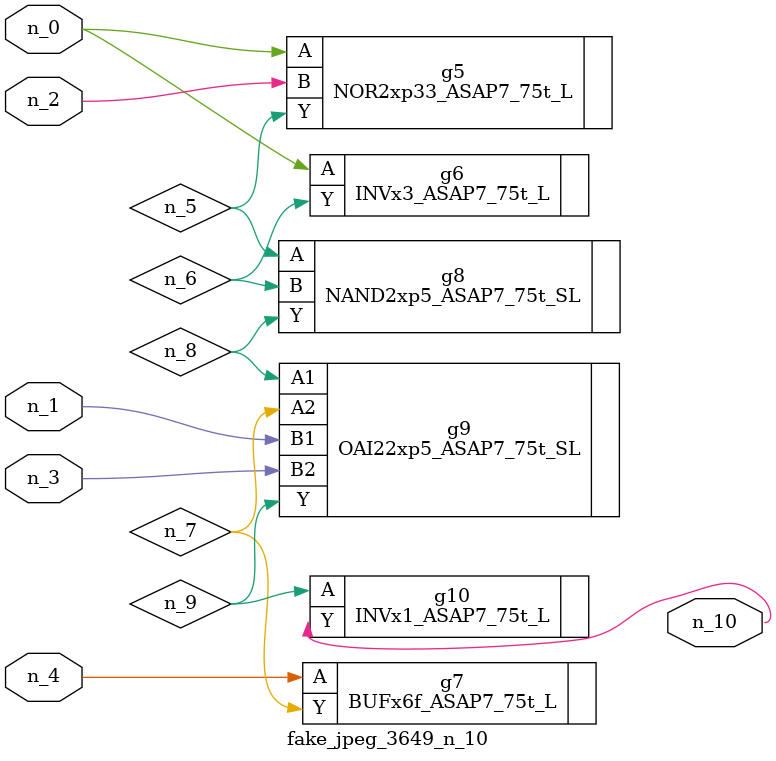
<source format=v>
module fake_jpeg_3649_n_10 (n_3, n_2, n_1, n_0, n_4, n_10);

input n_3;
input n_2;
input n_1;
input n_0;
input n_4;

output n_10;

wire n_8;
wire n_9;
wire n_6;
wire n_5;
wire n_7;

NOR2xp33_ASAP7_75t_L g5 ( 
.A(n_0),
.B(n_2),
.Y(n_5)
);

INVx3_ASAP7_75t_L g6 ( 
.A(n_0),
.Y(n_6)
);

BUFx6f_ASAP7_75t_L g7 ( 
.A(n_4),
.Y(n_7)
);

NAND2xp5_ASAP7_75t_SL g8 ( 
.A(n_5),
.B(n_6),
.Y(n_8)
);

OAI22xp5_ASAP7_75t_SL g9 ( 
.A1(n_8),
.A2(n_7),
.B1(n_1),
.B2(n_3),
.Y(n_9)
);

INVx1_ASAP7_75t_L g10 ( 
.A(n_9),
.Y(n_10)
);


endmodule
</source>
